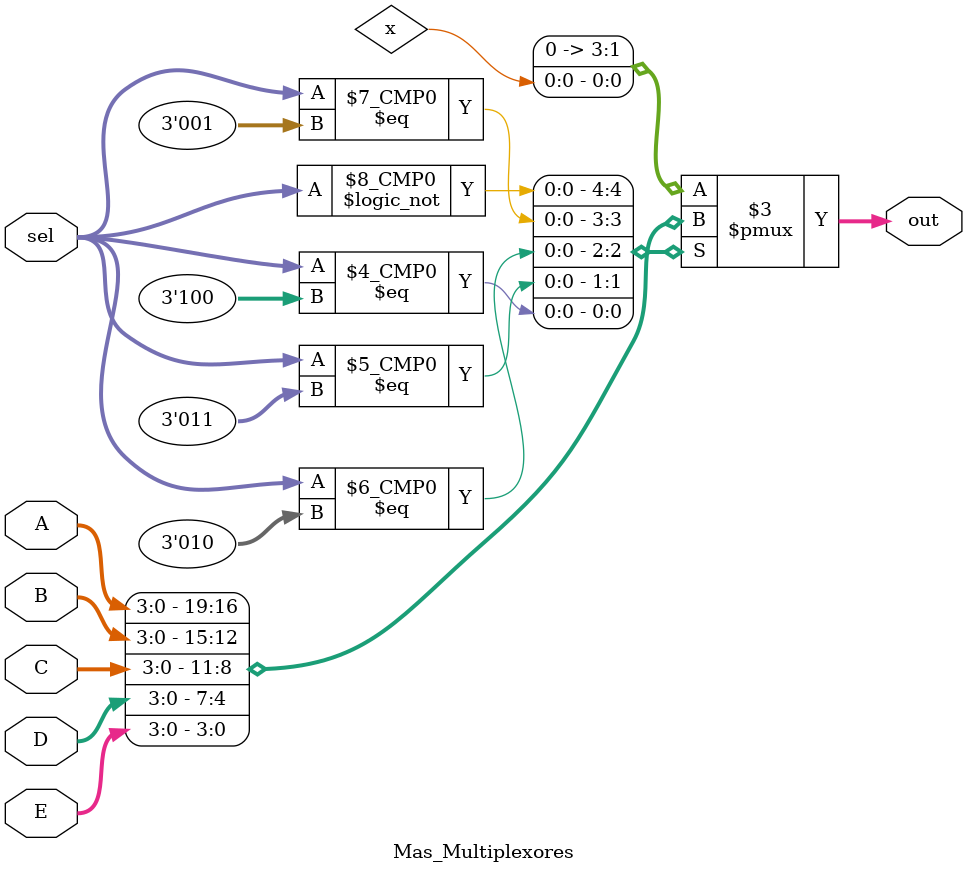
<source format=sv>
module Mas_Multiplexores(
    input [3:0] A,B,C,D,E,
    input [2:0] sel,
    output reg [3:0] out
    );
    
    always @ (A,B,C,D,sel) begin
        case(sel)
           3'b000   :   out=A;
           3'b001   :   out=B;
           3'b010   :   out=C;
           3'b011   :   out=D;
           3'b100   :   out=E;
           default :   out=x;
        endcase
    end
endmodule

</source>
